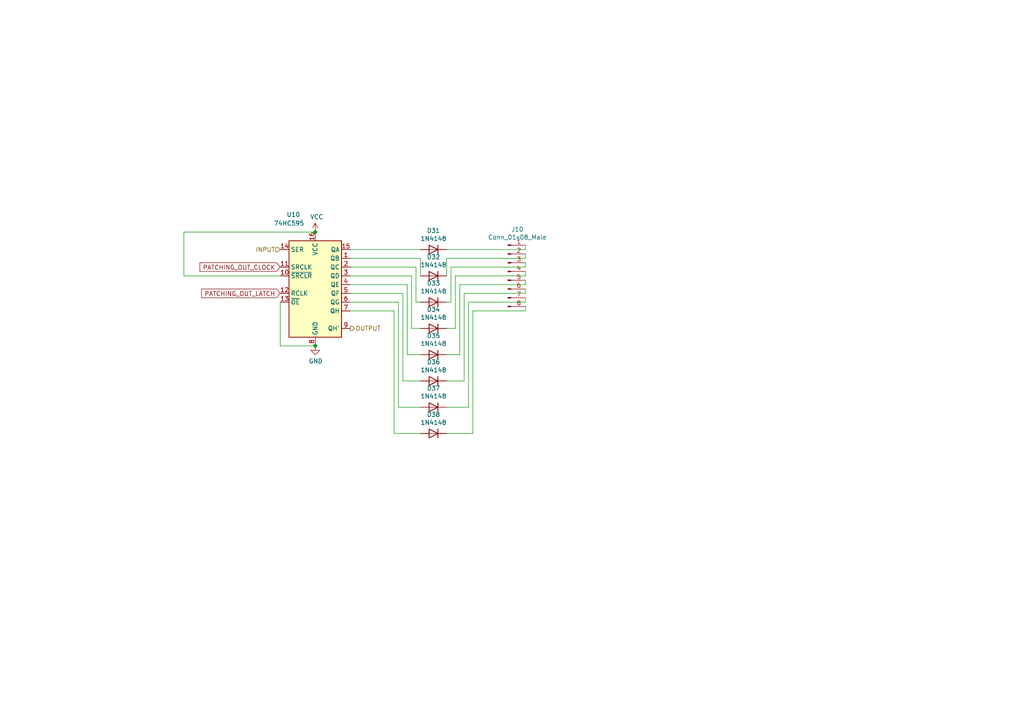
<source format=kicad_sch>
(kicad_sch (version 20211123) (generator eeschema)
  (paper "A4")
  (lib_symbols
    (symbol "74xx:74HC595"
      (property "Reference" "U" (at -7.62 13.97 0))
      (property "Value" "74HC595" (at -7.62 -16.51 0))
      (symbol "74HC595_1_0"
        (pin tri_state line (at 10.16 7.62 180) (length 2.54) (name "QB") (number "1"))
        (pin input line (at -10.16 2.54 0) (length 2.54) (name "~{SRCLR}") (number "10"))
        (pin input line (at -10.16 5.08 0) (length 2.54) (name "SRCLK") (number "11"))
        (pin input line (at -10.16 -2.54 0) (length 2.54) (name "RCLK") (number "12"))
        (pin input line (at -10.16 -5.08 0) (length 2.54) (name "~{OE}") (number "13"))
        (pin input line (at -10.16 10.16 0) (length 2.54) (name "SER") (number "14"))
        (pin tri_state line (at 10.16 10.16 180) (length 2.54) (name "QA") (number "15"))
        (pin power_in line (at 0 15.24 270) (length 2.54) (name "VCC") (number "16"))
        (pin tri_state line (at 10.16 5.08 180) (length 2.54) (name "QC") (number "2"))
        (pin tri_state line (at 10.16 2.54 180) (length 2.54) (name "QD") (number "3"))
        (pin tri_state line (at 10.16 0 180) (length 2.54) (name "QE") (number "4"))
        (pin tri_state line (at 10.16 -2.54 180) (length 2.54) (name "QF") (number "5"))
        (pin tri_state line (at 10.16 -5.08 180) (length 2.54) (name "QG") (number "6"))
        (pin tri_state line (at 10.16 -7.62 180) (length 2.54) (name "QH") (number "7"))
        (pin power_in line (at 0 -17.78 90) (length 2.54) (name "GND") (number "8"))
        (pin output line (at 10.16 -12.7 180) (length 2.54) (name "QH'") (number "9"))
      )
      (symbol "74HC595_1_1"
        (rectangle (start -7.62 12.7) (end 7.62 -15.24) (stroke (width 0.254)) (fill (type background)))
      )
    )
    (symbol "Connector:Conn_01x08_Male" (pin_names (offset 1.016) hide)
      (property "Reference" "J" (at 0 10.16 0))
      (property "Value" "Conn_01x08_Male" (at 0 -12.7 0))
      (symbol "Conn_01x08_Male_1_1"
        (polyline (pts (xy 1.27 -10.16) (xy 0.8636 -10.16)) (stroke (width 0.1524)))
        (polyline (pts (xy 1.27 -7.62) (xy 0.8636 -7.62)) (stroke (width 0.1524)))
        (polyline (pts (xy 1.27 -5.08) (xy 0.8636 -5.08)) (stroke (width 0.1524)))
        (polyline (pts (xy 1.27 -2.54) (xy 0.8636 -2.54)) (stroke (width 0.1524)))
        (polyline (pts (xy 1.27 0) (xy 0.8636 0)) (stroke (width 0.1524)))
        (polyline (pts (xy 1.27 2.54) (xy 0.8636 2.54)) (stroke (width 0.1524)))
        (polyline (pts (xy 1.27 5.08) (xy 0.8636 5.08)) (stroke (width 0.1524)))
        (polyline (pts (xy 1.27 7.62) (xy 0.8636 7.62)) (stroke (width 0.1524)))
        (rectangle (start 0.8636 -10.033) (end 0 -10.287) (stroke (width 0.1524)) (fill (type outline)))
        (rectangle (start 0.8636 -7.493) (end 0 -7.747) (stroke (width 0.1524)) (fill (type outline)))
        (rectangle (start 0.8636 -4.953) (end 0 -5.207) (stroke (width 0.1524)) (fill (type outline)))
        (rectangle (start 0.8636 -2.413) (end 0 -2.667) (stroke (width 0.1524)) (fill (type outline)))
        (rectangle (start 0.8636 0.127) (end 0 -0.127) (stroke (width 0.1524)) (fill (type outline)))
        (rectangle (start 0.8636 2.667) (end 0 2.413) (stroke (width 0.1524)) (fill (type outline)))
        (rectangle (start 0.8636 5.207) (end 0 4.953) (stroke (width 0.1524)) (fill (type outline)))
        (rectangle (start 0.8636 7.747) (end 0 7.493) (stroke (width 0.1524)) (fill (type outline)))
        (pin passive line (at 5.08 7.62 180) (length 3.81) (name "Pin_1") (number "1"))
        (pin passive line (at 5.08 5.08 180) (length 3.81) (name "Pin_2") (number "2"))
        (pin passive line (at 5.08 2.54 180) (length 3.81) (name "Pin_3") (number "3"))
        (pin passive line (at 5.08 0 180) (length 3.81) (name "Pin_4") (number "4"))
        (pin passive line (at 5.08 -2.54 180) (length 3.81) (name "Pin_5") (number "5"))
        (pin passive line (at 5.08 -5.08 180) (length 3.81) (name "Pin_6") (number "6"))
        (pin passive line (at 5.08 -7.62 180) (length 3.81) (name "Pin_7") (number "7"))
        (pin passive line (at 5.08 -10.16 180) (length 3.81) (name "Pin_8") (number "8"))
      )
    )
    (symbol "Diode:1N4148" (pin_numbers hide) (pin_names (offset 1.016) hide)
      (property "Reference" "D" (at 0 2.54 0))
      (property "Value" "1N4148" (at 0 -2.54 0))
      (symbol "1N4148_0_1"
        (polyline (pts (xy -1.27 1.27) (xy -1.27 -1.27)) (stroke (width 0.254)))
        (polyline (pts (xy 1.27 0) (xy -1.27 0)))
        (polyline (pts (xy 1.27 1.27) (xy 1.27 -1.27) (xy -1.27 0) (xy 1.27 1.27)) (stroke (width 0.254)))
      )
      (symbol "1N4148_1_1"
        (pin passive line (at -3.81 0 0) (length 2.54) (name "K") (number "1"))
        (pin passive line (at 3.81 0 180) (length 2.54) (name "A") (number "2"))
      )
    )
    (symbol "power:GND" (power) (pin_names (offset 0))
      (property "Value" "GND" (at 0 -3.81 0))
      (symbol "GND_0_1"
        (polyline (pts (xy 0 0) (xy 0 -1.27) (xy 1.27 -1.27) (xy 0 -2.54) (xy -1.27 -1.27) (xy 0 -1.27)))
      )
      (symbol "GND_1_1"
        (pin power_in line (at 0 0 270) (length 0) hide (name "GND") (number "1"))
      )
    )
    (symbol "power:VCC" (power) (pin_names (offset 0))
      (property "Value" "VCC" (at 0 3.81 0))
      (symbol "VCC_0_1"
        (polyline (pts (xy -0.762 1.27) (xy 0 2.54)))
        (polyline (pts (xy 0 0) (xy 0 2.54)))
        (polyline (pts (xy 0 2.54) (xy 0.762 1.27)))
      )
      (symbol "VCC_1_1"
        (pin power_in line (at 0 0 90) (length 0) hide (name "VCC") (number "1"))
      )
    )
  )
  (junction (at 91.44 67.31))
  (junction (at 91.44 100.33))
  (wire (pts (xy 152.4 90.17) (xy 152.4 88.9)))
  (wire (pts (xy 101.6 77.47) (xy 120.65 77.47)))
  (wire (pts (xy 101.6 85.09) (xy 116.84 85.09)))
  (wire (pts (xy 137.16 125.73) (xy 137.16 90.17)))
  (wire (pts (xy 129.54 110.49) (xy 134.62 110.49)))
  (wire (pts (xy 101.6 80.01) (xy 119.38 80.01)))
  (wire (pts (xy 53.34 67.31) (xy 91.44 67.31)))
  (wire (pts (xy 152.4 77.47) (xy 152.4 76.2)))
  (wire (pts (xy 132.08 95.25) (xy 132.08 80.01)))
  (wire (pts (xy 152.4 87.63) (xy 152.4 86.36)))
  (wire (pts (xy 135.89 87.63) (xy 152.4 87.63)))
  (wire (pts (xy 137.16 90.17) (xy 152.4 90.17)))
  (wire (pts (xy 130.81 87.63) (xy 130.81 77.47)))
  (wire (pts (xy 152.4 72.39) (xy 152.4 71.12)))
  (wire (pts (xy 118.11 82.55) (xy 118.11 102.87)))
  (wire (pts (xy 130.81 77.47) (xy 152.4 77.47)))
  (wire (pts (xy 135.89 118.11) (xy 135.89 87.63)))
  (wire (pts (xy 101.6 87.63) (xy 115.57 87.63)))
  (wire (pts (xy 53.34 80.01) (xy 53.34 67.31)))
  (wire (pts (xy 114.3 90.17) (xy 114.3 125.73)))
  (wire (pts (xy 119.38 80.01) (xy 119.38 95.25)))
  (wire (pts (xy 116.84 85.09) (xy 116.84 110.49)))
  (wire (pts (xy 120.65 77.47) (xy 120.65 87.63)))
  (wire (pts (xy 129.54 80.01) (xy 129.54 74.93)))
  (wire (pts (xy 101.6 90.17) (xy 114.3 90.17)))
  (wire (pts (xy 116.84 110.49) (xy 121.92 110.49)))
  (wire (pts (xy 129.54 74.93) (xy 152.4 74.93)))
  (wire (pts (xy 132.08 80.01) (xy 152.4 80.01)))
  (wire (pts (xy 134.62 85.09) (xy 152.4 85.09)))
  (wire (pts (xy 114.3 125.73) (xy 121.92 125.73)))
  (wire (pts (xy 134.62 110.49) (xy 134.62 85.09)))
  (wire (pts (xy 152.4 74.93) (xy 152.4 73.66)))
  (wire (pts (xy 120.65 87.63) (xy 121.92 87.63)))
  (wire (pts (xy 81.28 100.33) (xy 91.44 100.33)))
  (wire (pts (xy 133.35 82.55) (xy 152.4 82.55)))
  (wire (pts (xy 152.4 85.09) (xy 152.4 83.82)))
  (wire (pts (xy 152.4 80.01) (xy 152.4 78.74)))
  (wire (pts (xy 129.54 102.87) (xy 133.35 102.87)))
  (wire (pts (xy 129.54 72.39) (xy 152.4 72.39)))
  (wire (pts (xy 129.54 125.73) (xy 137.16 125.73)))
  (wire (pts (xy 101.6 74.93) (xy 121.92 74.93)))
  (wire (pts (xy 115.57 87.63) (xy 115.57 118.11)))
  (wire (pts (xy 101.6 72.39) (xy 121.92 72.39)))
  (wire (pts (xy 129.54 95.25) (xy 132.08 95.25)))
  (wire (pts (xy 121.92 74.93) (xy 121.92 80.01)))
  (wire (pts (xy 81.28 87.63) (xy 81.28 100.33)))
  (wire (pts (xy 118.11 102.87) (xy 121.92 102.87)))
  (wire (pts (xy 119.38 95.25) (xy 121.92 95.25)))
  (wire (pts (xy 101.6 82.55) (xy 118.11 82.55)))
  (wire (pts (xy 133.35 102.87) (xy 133.35 82.55)))
  (wire (pts (xy 129.54 87.63) (xy 130.81 87.63)))
  (wire (pts (xy 129.54 118.11) (xy 135.89 118.11)))
  (wire (pts (xy 152.4 82.55) (xy 152.4 81.28)))
  (wire (pts (xy 115.57 118.11) (xy 121.92 118.11)))
  (wire (pts (xy 53.34 80.01) (xy 81.28 80.01)))
  (global_label "PATCHING_OUT_CLOCK" (shape input) (at 81.28 77.47 180) (property "Intersheet References" "${INTERSHEET_REFS}" (effects hide)))
  (global_label "PATCHING_OUT_LATCH" (shape input) (at 81.28 85.09 180) (property "Intersheet References" "${INTERSHEET_REFS}" (effects hide)))
  (hierarchical_label "OUTPUT" (shape output) (at 101.6 95.25 0))
  (hierarchical_label "INPUT" (shape input) (at 81.28 72.39 180))
  (symbol (lib_id "Diode:1N4148") (at 125.73 110.49 180)
    (property "Reference" "D36" (at 125.73 105.0036 0))
    (property "Value" "1N4148" (at 125.73 107.315 0))
    (property "Footprint" "Diode_THT:D_DO-35_SOD27_P7.62mm_Horizontal" (effects hide))
    (property "Datasheet" "https://assets.nexperia.com/documents/data-sheet/1N4148_1N4448.pdf" (effects hide))
  )
  (symbol (lib_id "Diode:1N4148") (at 125.73 102.87 180)
    (property "Reference" "D35" (at 125.73 97.3836 0))
    (property "Value" "1N4148" (at 125.73 99.695 0))
    (property "Footprint" "Diode_THT:D_DO-35_SOD27_P7.62mm_Horizontal" (effects hide))
    (property "Datasheet" "https://assets.nexperia.com/documents/data-sheet/1N4148_1N4448.pdf" (effects hide))
  )
  (symbol (lib_id "Diode:1N4148") (at 125.73 87.63 180)
    (property "Reference" "D33" (at 125.73 82.1436 0))
    (property "Value" "1N4148" (at 125.73 84.455 0))
    (property "Footprint" "Diode_THT:D_DO-35_SOD27_P7.62mm_Horizontal" (effects hide))
    (property "Datasheet" "https://assets.nexperia.com/documents/data-sheet/1N4148_1N4448.pdf" (effects hide))
  )
  (symbol (lib_id "Diode:1N4148") (at 125.73 125.73 180)
    (property "Reference" "D38" (at 125.73 120.2436 0))
    (property "Value" "1N4148" (at 125.73 122.555 0))
    (property "Footprint" "Diode_THT:D_DO-35_SOD27_P7.62mm_Horizontal" (effects hide))
    (property "Datasheet" "https://assets.nexperia.com/documents/data-sheet/1N4148_1N4448.pdf" (effects hide))
  )
  (symbol (lib_id "power:GND") (at 91.44 100.33 0)
    (property "Reference" "#PWR025" (effects hide))
    (property "Value" "GND" (at 91.567 104.7242 0))
  )
  (symbol (lib_id "Connector:Conn_01x08_Male") (at 147.32 78.74 0)
    (property "Reference" "J10" (at 150.0632 66.5226 0))
    (property "Value" "Conn_01x08_Male" (at 150.0632 68.834 0))
    (property "Footprint" "Connector_PinSocket_2.54mm:PinSocket_1x08_P2.54mm_Vertical" (effects hide))
  )
  (symbol (lib_id "74xx:74HC595") (at 91.44 82.55 0)
    (property "Reference" "U10" (at 85.09 62.23 0))
    (property "Value" "74HC595" (at 83.82 64.77 0))
    (property "Footprint" "Package_SO:SOIC-16_3.9x9.9mm_P1.27mm" (effects hide))
    (property "Datasheet" "http://www.ti.com/lit/ds/symlink/sn74hc595.pdf" (effects hide))
  )
  (symbol (lib_id "Diode:1N4148") (at 125.73 80.01 180)
    (property "Reference" "D32" (at 125.73 74.5236 0))
    (property "Value" "1N4148" (at 125.73 76.835 0))
    (property "Footprint" "Diode_THT:D_DO-35_SOD27_P7.62mm_Horizontal" (effects hide))
    (property "Datasheet" "https://assets.nexperia.com/documents/data-sheet/1N4148_1N4448.pdf" (effects hide))
  )
  (symbol (lib_id "Diode:1N4148") (at 125.73 95.25 180)
    (property "Reference" "D34" (at 125.73 89.7636 0))
    (property "Value" "1N4148" (at 125.73 92.075 0))
    (property "Footprint" "Diode_THT:D_DO-35_SOD27_P7.62mm_Horizontal" (effects hide))
    (property "Datasheet" "https://assets.nexperia.com/documents/data-sheet/1N4148_1N4448.pdf" (effects hide))
  )
  (symbol (lib_id "power:VCC") (at 91.44 67.31 0)
    (property "Reference" "#PWR024" (effects hide))
    (property "Value" "VCC" (at 91.8718 62.9158 0))
  )
  (symbol (lib_id "Diode:1N4148") (at 125.73 72.39 180)
    (property "Reference" "D31" (at 125.73 66.9036 0))
    (property "Value" "1N4148" (at 125.73 69.215 0))
    (property "Footprint" "Diode_THT:D_DO-35_SOD27_P7.62mm_Horizontal" (effects hide))
    (property "Datasheet" "https://assets.nexperia.com/documents/data-sheet/1N4148_1N4448.pdf" (effects hide))
  )
  (symbol (lib_id "Diode:1N4148") (at 125.73 118.11 180)
    (property "Reference" "D37" (at 125.73 112.6236 0))
    (property "Value" "1N4148" (at 125.73 114.935 0))
    (property "Footprint" "Diode_THT:D_DO-35_SOD27_P7.62mm_Horizontal" (effects hide))
    (property "Datasheet" "https://assets.nexperia.com/documents/data-sheet/1N4148_1N4448.pdf" (effects hide))
  )
)
</source>
